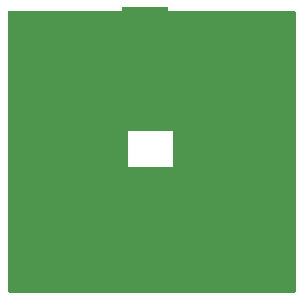
<source format=gbr>
%TF.GenerationSoftware,KiCad,Pcbnew,(5.1.10)-1*%
%TF.CreationDate,2023-09-10T10:41:42-05:00*%
%TF.ProjectId,perovskite_contact_board,7065726f-7673-46b6-9974-655f636f6e74,V3*%
%TF.SameCoordinates,Original*%
%TF.FileFunction,Soldermask,Top*%
%TF.FilePolarity,Negative*%
%FSLAX46Y46*%
G04 Gerber Fmt 4.6, Leading zero omitted, Abs format (unit mm)*
G04 Created by KiCad (PCBNEW (5.1.10)-1) date 2023-09-10 10:41:42*
%MOMM*%
%LPD*%
G01*
G04 APERTURE LIST*
%ADD10R,1.700000X1.700000*%
%ADD11R,4.000000X4.000000*%
%ADD12R,3.800000X7.400000*%
%ADD13C,0.254000*%
%ADD14C,0.100000*%
G04 APERTURE END LIST*
D10*
%TO.C,JP102.7*%
X162560000Y-100584000D03*
%TD*%
%TO.C,JP102.6*%
X173228000Y-119126000D03*
%TD*%
%TO.C,JP102.5*%
X173228000Y-110744000D03*
%TD*%
%TO.C,JP102.4*%
X173482000Y-102616000D03*
%TD*%
%TO.C,JP102.3*%
X152908000Y-102616000D03*
%TD*%
%TO.C,JP102.2*%
X152908000Y-110744000D03*
%TD*%
%TO.C,JP102.1*%
X152908000Y-119126000D03*
%TD*%
%TO.C,JP102.8*%
X162560000Y-120396000D03*
%TD*%
D11*
%TO.C,U3*%
X162577500Y-100463000D03*
X162577500Y-120663000D03*
X173177500Y-110763000D03*
X152877500Y-110713000D03*
D12*
X173377500Y-118913000D03*
X173377500Y-102463000D03*
X152777500Y-102463000D03*
X152777500Y-118913000D03*
%TD*%
D13*
X175133000Y-122555000D02*
X151003000Y-122555000D01*
X151003000Y-108839000D01*
X160909000Y-108839000D01*
X160909000Y-112141000D01*
X164973000Y-112141000D01*
X164973000Y-108839000D01*
X160909000Y-108839000D01*
X151003000Y-108839000D01*
X151003000Y-98933000D01*
X175133000Y-98933000D01*
X175133000Y-122555000D01*
D14*
G36*
X175133000Y-122555000D02*
G01*
X151003000Y-122555000D01*
X151003000Y-108839000D01*
X160909000Y-108839000D01*
X160909000Y-112141000D01*
X164973000Y-112141000D01*
X164973000Y-108839000D01*
X160909000Y-108839000D01*
X151003000Y-108839000D01*
X151003000Y-98933000D01*
X175133000Y-98933000D01*
X175133000Y-122555000D01*
G37*
M02*

</source>
